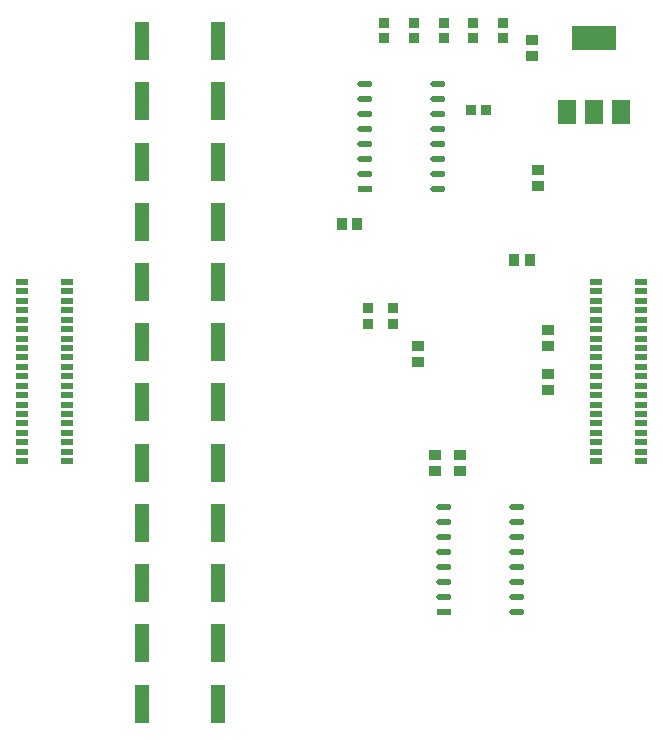
<source format=gbp>
%FSLAX23Y23*%
%MOIN*%
%SFA1B1*%

%IPPOS*%
%ADD17R,0.033470X0.037400*%
%ADD18R,0.037400X0.033470*%
%ADD24R,0.039370X0.035430*%
%ADD48R,0.149610X0.078740*%
%ADD49R,0.059060X0.078740*%
%ADD50O,0.051180X0.019680*%
%ADD51R,0.051180X0.019680*%
%ADD52R,0.035430X0.039370*%
%ADD53R,0.043310X0.019680*%
%ADD54R,0.049000X0.125000*%
%LNbms-1*%
%LPD*%
G54D17*
X1667Y2152D03*
X1616D03*
G54D18*
X1329Y2441D03*
Y2390D03*
X1428D03*
Y2441D03*
X1526Y2390D03*
Y2441D03*
X1625Y2390D03*
Y2441D03*
X1723D03*
Y2390D03*
X1273Y1491D03*
Y1439D03*
X1356Y1438D03*
Y1490D03*
G54D24*
X1821Y2332D03*
Y2385D03*
X1442Y1364D03*
Y1311D03*
X1498Y947D03*
Y1000D03*
X1581Y948D03*
Y1001D03*
X1875Y1218D03*
Y1271D03*
Y1418D03*
Y1365D03*
X1840Y1950D03*
Y1897D03*
G54D48*
X2026Y2392D03*
G54D49*
X1936Y2144D03*
X2026D03*
X2117D03*
G54D50*
X1770Y827D03*
Y777D03*
Y727D03*
Y677D03*
Y627D03*
Y577D03*
Y527D03*
Y477D03*
X1526Y827D03*
Y777D03*
Y727D03*
Y677D03*
Y627D03*
Y577D03*
Y527D03*
X1509Y2237D03*
Y2187D03*
Y2137D03*
Y2087D03*
Y2037D03*
Y1987D03*
Y1937D03*
Y1887D03*
X1265Y2237D03*
Y2187D03*
Y2137D03*
Y2087D03*
Y2037D03*
Y1987D03*
Y1937D03*
G54D51*
X1526Y477D03*
X1265Y1887D03*
G54D52*
X1239Y1772D03*
X1186D03*
X1762Y1651D03*
X1815D03*
G54D53*
X2185Y980D03*
X2035D03*
X2185Y1011D03*
X2035D03*
X2185Y1043D03*
X2035D03*
X2185Y1074D03*
X2035D03*
X2185Y1106D03*
X2035D03*
X2185Y1137D03*
X2035D03*
X2185Y1169D03*
X2035D03*
X2185Y1200D03*
X2035D03*
X2185Y1232D03*
X2035D03*
X2185Y1263D03*
X2035D03*
X2185Y1295D03*
X2035D03*
X2185Y1326D03*
X2035D03*
X2185Y1358D03*
X2035D03*
X2185Y1389D03*
X2035D03*
X2185Y1421D03*
X2035D03*
X2185Y1452D03*
X2035D03*
X2185Y1484D03*
X2035D03*
X2185Y1515D03*
X2035D03*
X2185Y1547D03*
X2035D03*
X2185Y1578D03*
X2035D03*
X271Y980D03*
X122D03*
X271Y1011D03*
X122D03*
X271Y1043D03*
X122D03*
X271Y1074D03*
X122D03*
X271Y1106D03*
X122D03*
X271Y1137D03*
X122D03*
X271Y1169D03*
X122D03*
X271Y1200D03*
X122D03*
X271Y1232D03*
X122D03*
X271Y1263D03*
X122D03*
X271Y1295D03*
X122D03*
X271Y1326D03*
X122D03*
X271Y1358D03*
X122D03*
X271Y1389D03*
X122D03*
X271Y1421D03*
X122D03*
X271Y1452D03*
X122D03*
X271Y1484D03*
X122D03*
X271Y1515D03*
X122D03*
X271Y1547D03*
X122D03*
X271Y1578D03*
X122D03*
G54D54*
X522Y2380D03*
X773D03*
X522Y2180D03*
X773D03*
X522Y1979D03*
X773D03*
X522Y1778D03*
X773D03*
X522Y1577D03*
X773D03*
X522Y1376D03*
X773D03*
X522Y1176D03*
X773D03*
X522Y975D03*
X773D03*
X522Y774D03*
X773D03*
X522Y573D03*
X773D03*
X522Y373D03*
X773D03*
X522Y172D03*
X773D03*
M02*
</source>
